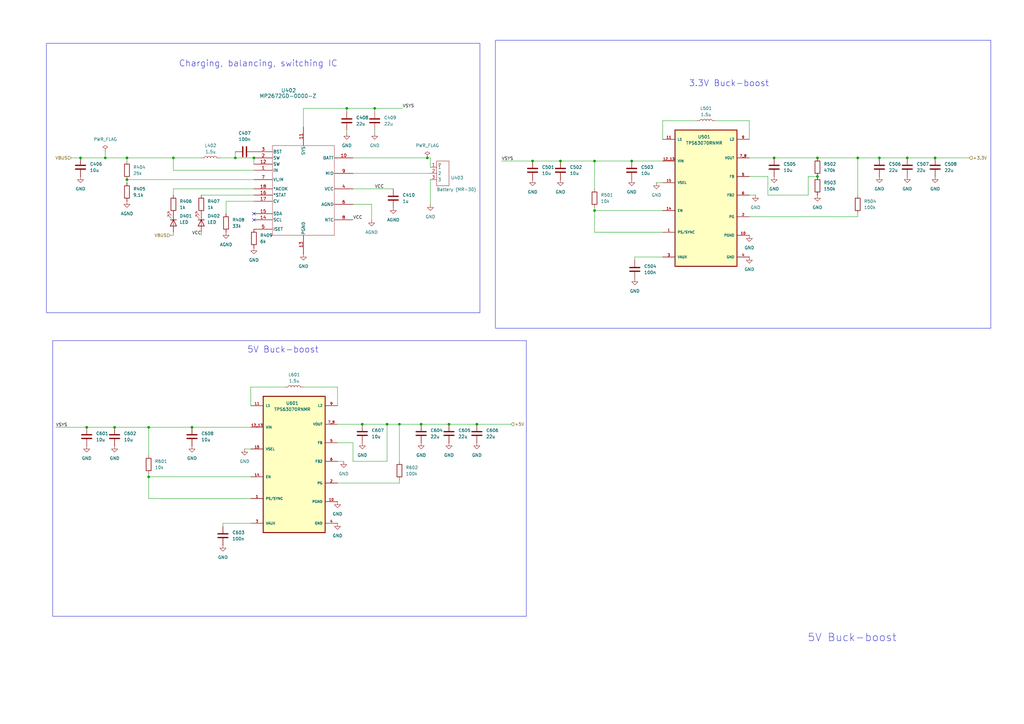
<source format=kicad_sch>
(kicad_sch (version 20250114) (generator "eeschema") (generator_version "9.0")
  (paper "A3")
  (lib_symbols
    (symbol "4in-power:MP2672GD-0000-Z" (pin_names (offset 0.254))
      (symbol "MP2672GD-0000-Z_0_1"
        (polyline (pts (xy 0 0) (xy 0 -36.83)) (stroke (width 0.127)))
        (polyline (pts (xy 0 -36.83) (xy 25.4 -36.83)) (stroke (width 0.127)))
        (polyline (pts (xy 25.4 0) (xy 0 0)) (stroke (width 0.127)))
        (polyline (pts (xy 25.4 -36.83) (xy 25.4 0)) (stroke (width 0.127)))
        (pin power_in line (at -7.62 -2.54 0) (length 7.62) (name "BST") (number "3"))
        (pin power_in line (at -7.62 -5.08 0) (length 7.62) (name "SW") (number "2"))
        (pin power_in line (at -7.62 -7.62 0) (length 7.62) (name "SW") (number "12"))
        (pin power_in line (at -7.62 -10.16 0) (length 7.62) (name "IN") (number "1"))
        (pin input line (at -7.62 -13.97 0) (length 7.62) (name "VLIM") (number "7"))
        (pin output line (at -7.62 -17.78 0) (length 7.62) (name "*ACOK") (number "18"))
        (pin output line (at -7.62 -20.32 0) (length 7.62) (name "*STAT") (number "16"))
        (pin input line (at -7.62 -22.86 0) (length 7.62) (name "CV") (number "17"))
        (pin input line (at -7.62 -34.29 0) (length 7.62) (name "ISET") (number "5"))
        (pin power_in line (at 12.7 7.62 270) (length 7.62) (name "SYS") (number "11"))
        (pin power_in line (at 12.7 -44.45 90) (length 7.62) (name "PGND") (number "13"))
        (pin power_in line (at 33.02 -5.08 180) (length 7.62) (name "BATT") (number "10"))
        (pin power_in line (at 33.02 -11.43 180) (length 7.62) (name "MID") (number "9"))
        (pin power_in line (at 33.02 -17.78 180) (length 7.62) (name "VCC") (number "4"))
        (pin power_in line (at 33.02 -24.13 180) (length 7.62) (name "AGND") (number "6"))
        (pin input line (at 33.02 -30.48 180) (length 7.62) (name "NTC") (number "8"))
      )
      (symbol "MP2672GD-0000-Z_1_1"
        (pin bidirectional line (at -7.62 -27.94 0) (length 7.62) (name "SDA") (number "15"))
        (pin input line (at -7.62 -30.48 0) (length 7.62) (name "SCL") (number "14"))
      )
    )
    (symbol "4in-power:MR30-Vertical"
      (property "Reference" "U" (at 0 0 0))
      (property "Value" "MR30-Vertical" (at 0 0 0))
      (symbol "MR30-Vertical_1_0"
        (rectangle (start -2.54 -5.08) (end 2.54 5.08))
        (circle (center -1.27 3.81) (radius 0.381))
        (pin input line (at -5.08 2.54 0) (length 2.54) (name "1") (number "1"))
        (pin input line (at -5.08 0 0) (length 2.54) (name "2") (number "2"))
        (pin input line (at -5.08 -2.54 0) (length 2.54) (name "3") (number "3"))
      )
    )
    (symbol "4in-power:TPS63070RNMR" (pin_names (offset 1.016))
      (property "Reference" "U" (at -5.334 -4.572 0))
      (property "Value" "TPS63070RNMR" (at -2.54 -4.318 0))
      (symbol "TPS63070RNMR_0_0"
        (rectangle (start -8.89 -5.08) (end 16.51 -60.96) (stroke (width 0.41)) (fill (type background)))
        (pin bidirectional line (at -13.97 -8.89 0) (length 5.08) (name "L1") (number "11"))
        (pin input line (at -13.97 -17.78 0) (length 5.08) (name "VIN") (number "12_13"))
        (pin input line (at -13.97 -26.67 0) (length 5.08) (name "VSEL") (number "15"))
        (pin input line (at -13.97 -38.1 0) (length 5.08) (name "EN") (number "14"))
        (pin input line (at -13.97 -46.99 0) (length 5.08) (name "PS/SYNC") (number "1"))
        (pin output line (at -13.97 -57.15 0) (length 5.08) (name "VAUX") (number "3"))
        (pin bidirectional line (at 21.59 -8.89 180) (length 5.08) (name "L2") (number "9"))
        (pin output line (at 21.59 -16.51 180) (length 5.08) (name "VOUT") (number "7_8"))
        (pin input line (at 21.59 -24.13 180) (length 5.08) (name "FB") (number "5"))
        (pin output line (at 21.59 -31.75 180) (length 5.08) (name "FB2") (number "6"))
        (pin output line (at 21.59 -40.64 180) (length 5.08) (name "PG") (number "2"))
        (pin power_in line (at 21.59 -48.26 180) (length 5.08) (name "PGND") (number "10"))
        (pin power_in line (at 21.59 -57.15 180) (length 5.08) (name "GND") (number "4"))
      )
    )
    (symbol "Device:C" (pin_numbers (hide yes)) (pin_names (offset 0.254))
      (property "Reference" "C" (at 0.635 2.54 0))
      (property "Value" "C" (at 0.635 -2.54 0))
      (symbol "C_0_1"
        (polyline (pts (xy -2.032 0.762) (xy 2.032 0.762)) (stroke (width 0.508)))
        (polyline (pts (xy -2.032 -0.762) (xy 2.032 -0.762)) (stroke (width 0.508)))
      )
      (symbol "C_1_1"
        (pin passive line (at 0 3.81 270) (length 2.794) (name "~") (number "1"))
        (pin passive line (at 0 -3.81 90) (length 2.794) (name "~") (number "2"))
      )
    )
    (symbol "Device:L" (pin_numbers (hide yes)) (pin_names (offset 1.016) (hide yes))
      (property "Reference" "L" (at -1.27 0 90))
      (property "Value" "L" (at 1.905 0 90))
      (symbol "L_0_1"
        (arc (start 0 2.54) (mid 0.6323 1.905) (end 0 1.27))
        (arc (start 0 1.27) (mid 0.6323 0.635) (end 0 0))
        (arc (start 0 0) (mid 0.6323 -0.635) (end 0 -1.27))
        (arc (start 0 -1.27) (mid 0.6323 -1.905) (end 0 -2.54))
      )
      (symbol "L_1_1"
        (pin passive line (at 0 3.81 270) (length 1.27) (name "1") (number "1"))
        (pin passive line (at 0 -3.81 90) (length 1.27) (name "2") (number "2"))
      )
    )
    (symbol "Device:LED" (pin_numbers (hide yes)) (pin_names (offset 1.016) (hide yes))
      (property "Reference" "D" (at 0 2.54 0))
      (property "Value" "LED" (at 0 -2.54 0))
      (symbol "LED_0_1"
        (polyline (pts (xy -3.048 -0.762) (xy -4.572 -2.286) (xy -3.81 -2.286) (xy -4.572 -2.286) (xy -4.572 -1.524)))
        (polyline (pts (xy -1.778 -0.762) (xy -3.302 -2.286) (xy -2.54 -2.286) (xy -3.302 -2.286) (xy -3.302 -1.524)))
        (polyline (pts (xy -1.27 0) (xy 1.27 0)))
        (polyline (pts (xy -1.27 -1.27) (xy -1.27 1.27)) (stroke (width 0.254)))
        (polyline (pts (xy 1.27 -1.27) (xy 1.27 1.27) (xy -1.27 0) (xy 1.27 -1.27)) (stroke (width 0.254)))
      )
      (symbol "LED_1_1"
        (pin passive line (at -3.81 0 0) (length 2.54) (name "K") (number "1"))
        (pin passive line (at 3.81 0 180) (length 2.54) (name "A") (number "2"))
      )
    )
    (symbol "Device:R" (pin_numbers (hide yes)) (pin_names (offset 0))
      (property "Reference" "R" (at 2.032 0 90))
      (property "Value" "R" (at 0 0 90))
      (symbol "R_0_1"
        (rectangle (start -1.016 -2.54) (end 1.016 2.54) (stroke (width 0.254)))
      )
      (symbol "R_1_1"
        (pin passive line (at 0 3.81 270) (length 1.27) (name "~") (number "1"))
        (pin passive line (at 0 -3.81 90) (length 1.27) (name "~") (number "2"))
      )
    )
    (symbol "power:GND" (power) (pin_numbers (hide yes)) (pin_names (offset 0) (hide yes))
      (property "Value" "GND" (at 0 -3.81 0))
      (symbol "GND_0_1"
        (polyline (pts (xy 0 0) (xy 0 -1.27) (xy 1.27 -1.27) (xy 0 -2.54) (xy -1.27 -1.27) (xy 0 -1.27)))
      )
      (symbol "GND_1_1"
        (pin power_in line (at 0 0 270) (length 0) (name "~") (number "1"))
      )
    )
    (symbol "power:PWR_FLAG" (power) (pin_numbers (hide yes)) (pin_names (offset 0) (hide yes))
      (property "Value" "PWR_FLAG" (at 0 3.81 0))
      (symbol "PWR_FLAG_0_0"
        (pin power_out line (at 0 0 90) (length 0) (name "~") (number "1"))
      )
      (symbol "PWR_FLAG_0_1"
        (polyline (pts (xy 0 0) (xy 0 1.27) (xy -1.016 1.905) (xy 0 2.54) (xy 1.016 1.905) (xy 0 1.27)))
      )
    )
  )
  (rectangle (start 21.59 139.7) (end 215.9 252.73))
  (rectangle (start 19.05 17.78) (end 196.85 128.27))
  (rectangle (start 203.2 16.51) (end 406.4 134.62))
  (text "5V Buck-boost" (at 349.504 261.62 0) (effects (font (size 3.175 3.175))))
  (text "3.3V Buck-boost" (at 298.958 34.29 0) (effects (font (size 2.54 2.54))))
  (text "Charging, balancing, switching IC" (at 105.918 26.162 0) (effects (font (size 2.54 2.54))))
  (text "5V Buck-boost" (at 116.078 143.51 0) (effects (font (size 2.54 2.54))))
  (junction (at 335.28 64.77))
  (junction (at 175.26 64.77))
  (junction (at 351.79 64.77))
  (junction (at 184.15 173.99))
  (junction (at 46.99 175.26))
  (junction (at 60.96 195.58))
  (junction (at 71.12 64.77))
  (junction (at 372.11 64.77))
  (junction (at 78.74 175.26))
  (junction (at 229.87 66.04))
  (junction (at 243.84 66.04))
  (junction (at 360.68 64.77))
  (junction (at 163.83 173.99))
  (junction (at 104.14 64.77))
  (junction (at 52.07 73.66))
  (junction (at 218.44 66.04))
  (junction (at 158.75 173.99))
  (junction (at 317.5 64.77))
  (junction (at 148.59 173.99))
  (junction (at 142.24 44.45))
  (junction (at 153.67 44.45))
  (junction (at 243.84 86.36))
  (junction (at 60.96 175.26))
  (junction (at 195.58 173.99))
  (junction (at 33.02 64.77))
  (junction (at 52.07 64.77))
  (junction (at 43.18 64.77))
  (junction (at 259.08 66.04))
  (junction (at 383.54 64.77))
  (junction (at 172.72 173.99))
  (junction (at 335.28 72.39))
  (junction (at 96.52 64.77))
  (junction (at 35.56 175.26))
  (no_connect (at 104.14 87.63))
  (no_connect (at 104.14 90.17))
  (wire (pts (xy 331.47 80.01) (xy 331.47 72.39)))
  (wire (pts (xy 142.24 44.45) (xy 153.67 44.45)))
  (wire (pts (xy 271.78 86.36) (xy 243.84 86.36)))
  (wire (pts (xy 142.24 45.72) (xy 142.24 44.45)))
  (wire (pts (xy 144.78 83.82) (xy 152.4 83.82)))
  (wire (pts (xy 46.99 175.26) (xy 60.96 175.26)))
  (wire (pts (xy 142.24 54.61) (xy 142.24 53.34)))
  (wire (pts (xy 331.47 72.39) (xy 335.28 72.39)))
  (wire (pts (xy 307.34 80.01) (xy 309.88 80.01)))
  (wire (pts (xy 176.53 64.77) (xy 176.53 68.58)))
  (wire (pts (xy 271.78 105.41) (xy 260.35 105.41)))
  (wire (pts (xy 205.74 66.04) (xy 218.44 66.04)))
  (wire (pts (xy 138.43 189.23) (xy 140.97 189.23)))
  (wire (pts (xy 153.67 54.61) (xy 153.67 53.34)))
  (wire (pts (xy 243.84 66.04) (xy 259.08 66.04)))
  (wire (pts (xy 138.43 181.61) (xy 144.78 181.61)))
  (wire (pts (xy 60.96 195.58) (xy 60.96 194.31)))
  (wire (pts (xy 335.28 64.77) (xy 351.79 64.77)))
  (wire (pts (xy 293.37 49.53) (xy 307.34 49.53)))
  (wire (pts (xy 351.79 64.77) (xy 360.68 64.77)))
  (wire (pts (xy 158.75 189.23) (xy 158.75 173.99)))
  (wire (pts (xy 163.83 196.85) (xy 163.83 198.12)))
  (wire (pts (xy 71.12 64.77) (xy 82.55 64.77)))
  (wire (pts (xy 104.14 82.55) (xy 92.71 82.55)))
  (wire (pts (xy 52.07 73.66) (xy 104.14 73.66)))
  (wire (pts (xy 96.52 62.23) (xy 96.52 64.77)))
  (wire (pts (xy 102.87 204.47) (xy 60.96 204.47)))
  (wire (pts (xy 372.11 64.77) (xy 383.54 64.77)))
  (wire (pts (xy 43.18 64.77) (xy 52.07 64.77)))
  (wire (pts (xy 271.78 57.15) (xy 271.78 49.53)))
  (wire (pts (xy 243.84 86.36) (xy 243.84 85.09)))
  (wire (pts (xy 260.35 105.41) (xy 260.35 106.68)))
  (wire (pts (xy 124.46 44.45) (xy 124.46 52.07)))
  (wire (pts (xy 195.58 173.99) (xy 209.55 173.99)))
  (wire (pts (xy 124.46 44.45) (xy 142.24 44.45)))
  (wire (pts (xy 104.14 64.77) (xy 104.14 67.31)))
  (wire (pts (xy 271.78 95.25) (xy 243.84 95.25)))
  (wire (pts (xy 92.71 82.55) (xy 92.71 87.63)))
  (wire (pts (xy 102.87 166.37) (xy 102.87 158.75)))
  (wire (pts (xy 71.12 64.77) (xy 71.12 69.85)))
  (wire (pts (xy 172.72 173.99) (xy 184.15 173.99)))
  (wire (pts (xy 60.96 204.47) (xy 60.96 195.58)))
  (wire (pts (xy 100.33 184.15) (xy 102.87 184.15)))
  (wire (pts (xy 144.78 71.12) (xy 176.53 71.12)))
  (wire (pts (xy 269.24 74.93) (xy 271.78 74.93)))
  (wire (pts (xy 144.78 181.61) (xy 144.78 189.23)))
  (wire (pts (xy 158.75 173.99) (xy 163.83 173.99)))
  (wire (pts (xy 314.96 80.01) (xy 331.47 80.01)))
  (wire (pts (xy 102.87 158.75) (xy 116.84 158.75)))
  (wire (pts (xy 317.5 64.77) (xy 335.28 64.77)))
  (wire (pts (xy 152.4 83.82) (xy 152.4 90.17)))
  (wire (pts (xy 69.85 96.52) (xy 71.12 96.52)))
  (wire (pts (xy 52.07 66.04) (xy 52.07 64.77)))
  (wire (pts (xy 360.68 64.77) (xy 372.11 64.77)))
  (wire (pts (xy 138.43 158.75) (xy 138.43 166.37)))
  (wire (pts (xy 163.83 173.99) (xy 163.83 189.23)))
  (wire (pts (xy 52.07 74.93) (xy 52.07 73.66)))
  (wire (pts (xy 243.84 66.04) (xy 243.84 77.47)))
  (wire (pts (xy 314.96 72.39) (xy 314.96 80.01)))
  (wire (pts (xy 144.78 189.23) (xy 158.75 189.23)))
  (wire (pts (xy 91.44 214.63) (xy 91.44 215.9)))
  (wire (pts (xy 176.53 73.66) (xy 176.53 83.82)))
  (wire (pts (xy 71.12 69.85) (xy 104.14 69.85)))
  (wire (pts (xy 351.79 64.77) (xy 351.79 80.01)))
  (wire (pts (xy 90.17 64.77) (xy 96.52 64.77)))
  (wire (pts (xy 163.83 173.99) (xy 172.72 173.99)))
  (wire (pts (xy 144.78 77.47) (xy 161.29 77.47)))
  (wire (pts (xy 104.14 77.47) (xy 71.12 77.47)))
  (wire (pts (xy 124.46 158.75) (xy 138.43 158.75)))
  (wire (pts (xy 229.87 66.04) (xy 243.84 66.04)))
  (wire (pts (xy 60.96 175.26) (xy 60.96 186.69)))
  (wire (pts (xy 144.78 64.77) (xy 175.26 64.77)))
  (wire (pts (xy 29.21 64.77) (xy 33.02 64.77)))
  (wire (pts (xy 35.56 175.26) (xy 46.99 175.26)))
  (wire (pts (xy 102.87 195.58) (xy 60.96 195.58)))
  (wire (pts (xy 307.34 49.53) (xy 307.34 57.15)))
  (wire (pts (xy 33.02 64.77) (xy 43.18 64.77)))
  (wire (pts (xy 271.78 49.53) (xy 285.75 49.53)))
  (wire (pts (xy 82.55 80.01) (xy 104.14 80.01)))
  (wire (pts (xy 163.83 198.12) (xy 138.43 198.12)))
  (wire (pts (xy 138.43 173.99) (xy 148.59 173.99)))
  (wire (pts (xy 184.15 173.99) (xy 195.58 173.99)))
  (wire (pts (xy 307.34 72.39) (xy 314.96 72.39)))
  (wire (pts (xy 148.59 173.99) (xy 158.75 173.99)))
  (wire (pts (xy 78.74 175.26) (xy 102.87 175.26)))
  (wire (pts (xy 243.84 95.25) (xy 243.84 86.36)))
  (wire (pts (xy 259.08 66.04) (xy 271.78 66.04)))
  (wire (pts (xy 71.12 77.47) (xy 71.12 80.01)))
  (wire (pts (xy 22.86 175.26) (xy 35.56 175.26)))
  (wire (pts (xy 96.52 64.77) (xy 104.14 64.77)))
  (wire (pts (xy 218.44 66.04) (xy 229.87 66.04)))
  (wire (pts (xy 175.26 64.77) (xy 176.53 64.77)))
  (wire (pts (xy 82.55 96.52) (xy 82.55 95.25)))
  (wire (pts (xy 102.87 214.63) (xy 91.44 214.63)))
  (wire (pts (xy 71.12 96.52) (xy 71.12 95.25)))
  (wire (pts (xy 307.34 88.9) (xy 351.79 88.9)))
  (wire (pts (xy 43.18 62.23) (xy 43.18 64.77)))
  (wire (pts (xy 307.34 64.77) (xy 317.5 64.77)))
  (wire (pts (xy 165.1 44.45) (xy 153.67 44.45)))
  (wire (pts (xy 383.54 64.77) (xy 397.51 64.77)))
  (wire (pts (xy 60.96 175.26) (xy 78.74 175.26)))
  (wire (pts (xy 52.07 64.77) (xy 71.12 64.77)))
  (wire (pts (xy 351.79 87.63) (xy 351.79 88.9)))
  (wire (pts (xy 153.67 45.72) (xy 153.67 44.45)))
  (label "VSYS" (at 205.74 66.04 0))
  (label "VSYS" (at 22.86 175.26 0))
  (label "VCC" (at 82.55 96.52 180))
  (label "VSYS" (at 165.1 44.45 0))
  (label "VCC" (at 144.78 90.17 0))
  (label "VCC" (at 153.67 77.47 0))
  (hierarchical_label "VBUS" (shape input) (at 69.85 96.52 180))
  (hierarchical_label "+3.3V" (shape input) (at 397.51 64.77 0))
  (hierarchical_label "+5V" (shape input) (at 209.55 173.99 0))
  (hierarchical_label "VBUS" (shape input) (at 29.21 64.77 180))
  (symbol (lib_id "Device:L") (at 86.36 64.77 90) (unit 1)
    (property "Reference" "L402" (at 86.36 59.69 90))
    (property "Value" "1.5u" (at 86.36 62.23 90))
    (property "Footprint" "4in-power:IND-SMD_L4.0-W4.0_YSMC0420V" (effects (hide yes)))
    (property "Description" "Inductor" (effects (hide yes)))
    (property "JLC Link" "https://jlcpcb.com/partdetail/YJYCOIN-YSMC0420V1R5M/C19630740" (effects (hide yes)))
    (property "LCSC PN" "C19630740" (effects (hide yes)))
  )
  (symbol (lib_id "power:GND") (at 152.4 90.17 0) (unit 1)
    (property "Reference" "#PWR037" (effects (hide yes)))
    (property "Value" "AGND" (at 152.4 95.25 0))
    (property "Description" "Power symbol creates a global label with name \"GND\" , ground" (effects (hide yes)))
  )
  (symbol (lib_id "power:GND") (at 142.24 54.61 0) (unit 1)
    (property "Reference" "#PWR039" (effects (hide yes)))
    (property "Value" "GND" (at 142.24 59.69 0))
    (property "Description" "Power symbol creates a global label with name \"GND\" , ground" (effects (hide yes)))
  )
  (symbol (lib_id "Device:C") (at 259.08 69.85 0) (unit 1)
    (property "Reference" "C503" (at 262.89 68.5799 0) (effects (justify left)))
    (property "Value" "10u" (at 262.89 71.1199 0) (effects (justify left)))
    (property "Footprint" "Capacitor_SMD:C_1206_3216Metric" (effects (hide yes)))
    (property "Description" "Unpolarized capacitor" (effects (hide yes)))
    (property "JLC Link" "https://jlcpcb.com/partdetail/2201-CL31A106KOHNNNE/C1849" (effects (hide yes)))
    (property "LCSC PN" "C1849" (effects (hide yes)))
  )
  (symbol (lib_id "4in-power:TPS63070RNMR") (at 116.84 157.48 0) (unit 1)
    (property "Reference" "U601" (at 119.888 165.354 0))
    (property "Value" "TPS63070RNMR" (at 119.888 167.894 0))
    (property "Footprint" "4in-power:VREG_TPS63070RNMR" (effects (hide yes)))
    (property "Datasheet" "https://www.ti.com/lit/ds/symlink/tps63070.pdf?HQS=dis-dk-null-digikeymode-dsf-pf-null-wwe&ts=1752773118070" (effects (hide yes)))
    (property "Description" "Buck/boost" (effects (hide yes)))
    (property "LCSC PN" "C109322" (effects (hide yes)))
    (property "JLC Link" "https://jlcpcb.com/partdetail/TexasInstruments-TPS63070RNMR/C109322" (effects (hide yes)))
  )
  (symbol (lib_id "power:GND") (at 104.14 101.6 0) (unit 1)
    (property "Reference" "#PWR036" (effects (hide yes)))
    (property "Value" "GND" (at 104.14 106.68 0))
    (property "Description" "Power symbol creates a global label with name \"GND\" , ground" (effects (hide yes)))
  )
  (symbol (lib_id "Device:C") (at 142.24 49.53 180) (unit 1)
    (property "Reference" "C408" (at 146.05 48.2599 0) (effects (justify right)))
    (property "Value" "22u" (at 146.05 50.7999 0) (effects (justify right)))
    (property "Footprint" "Capacitor_SMD:C_1206_3216Metric" (effects (hide yes)))
    (property "Description" "Unpolarized capacitor" (effects (hide yes)))
    (property "JLC Link" "https://jlcpcb.com/partdetail/2211-1206X226K100NT/C1859" (effects (hide yes)))
    (property "LCSC PN" "C1859" (effects (hide yes)))
  )
  (symbol (lib_id "Device:R") (at 243.84 81.28 0) (unit 1)
    (property "Reference" "R501" (at 246.38 80.0099 0) (effects (justify left)))
    (property "Value" "10k" (at 246.38 82.5499 0) (effects (justify left)))
    (property "Footprint" "Resistor_SMD:R_0402_1005Metric" (effects (hide yes)))
    (property "Description" "Resistor" (effects (hide yes)))
    (property "JLC Link" "https://jlcpcb.com/partdetail/26487-0402WGF1002TCE/C25744" (effects (hide yes)))
    (property "LCSC PN" "C25744" (effects (hide yes)))
  )
  (symbol (lib_id "Device:C") (at 35.56 179.07 0) (unit 1)
    (property "Reference" "C601" (at 39.37 177.7999 0) (effects (justify left)))
    (property "Value" "10u" (at 39.37 180.3399 0) (effects (justify left)))
    (property "Footprint" "Capacitor_SMD:C_1206_3216Metric" (effects (hide yes)))
    (property "Description" "Unpolarized capacitor" (effects (hide yes)))
    (property "JLC Link" "https://jlcpcb.com/partdetail/2201-CL31A106KOHNNNE/C1849" (effects (hide yes)))
    (property "LCSC PN" "C1849" (effects (hide yes)))
  )
  (symbol (lib_id "Device:C") (at 195.58 177.8 0) (unit 1)
    (property "Reference" "C606" (at 199.39 176.5299 0) (effects (justify left)))
    (property "Value" "22u" (at 199.39 179.0699 0) (effects (justify left)))
    (property "Footprint" "Capacitor_SMD:C_1206_3216Metric" (effects (hide yes)))
    (property "Description" "Unpolarized capacitor" (effects (hide yes)))
    (property "JLC Link" "https://jlcpcb.com/partdetail/2211-1206X226K100NT/C1859" (effects (hide yes)))
    (property "LCSC PN" "C1859" (effects (hide yes)))
  )
  (symbol (lib_id "Device:R") (at 52.07 69.85 0) (unit 1)
    (property "Reference" "R404" (at 54.61 68.5799 0) (effects (justify left)))
    (property "Value" "25k" (at 54.61 71.1199 0) (effects (justify left)))
    (property "Footprint" "Resistor_SMD:R_0805_2012Metric" (effects (hide yes)))
    (property "Description" "R_H" (effects (hide yes)))
    (property "JLC Link" "https://jlcpcb.com/partdetail/Ever_OhmsTech-TR0805B25K0P0525Z/C153306" (effects (hide yes)))
    (property "LCSC PN" "C153306" (effects (hide yes)))
  )
  (symbol (lib_id "Device:C") (at 91.44 219.71 0) (unit 1)
    (property "Reference" "C603" (at 95.25 218.4399 0) (effects (justify left)))
    (property "Value" "100n" (at 95.25 220.9799 0) (effects (justify left)))
    (property "Footprint" "Capacitor_SMD:C_0402_1005Metric" (effects (hide yes)))
    (property "Description" "Unpolarized capacitor" (effects (hide yes)))
    (property "JLC Link" "https://jlcpcb.com/partdetail/291005-CL05B104KB54PNC/C307331" (effects (hide yes)))
    (property "LCSC PN" "C307331" (effects (hide yes)))
  )
  (symbol (lib_id "4in-power:MR30-Vertical") (at 181.61 71.12 0) (unit 1)
    (property "Reference" "U403" (at 184.912 72.898 0) (effects (justify left)))
    (property "Value" "Battery (MR-30)" (at 179.07 77.724 0) (effects (justify left)))
    (property "Footprint" "4in-power:CONN-TH_MR30-Vertical" (effects (hide yes)))
    (property "Datasheet" "https://jlcpcb.com/api/file/downloadByFileSystemAccessId/8589835547389685760" (effects (hide yes)))
    (property "Description" "MR30-Vertical" (effects (hide yes)))
    (property "LCSC PN" "C99873" (effects (hide yes)))
    (property "JLC Link" "https://jlcpcb.com/partdetail/Changzhou_AmassElec-MR30FB/C99875" (effects (hide yes)))
    (property "JLC Price" "0.5331" (effects (hide yes)))
  )
  (symbol (lib_id "power:GND") (at 35.56 182.88 0) (unit 1)
    (property "Reference" "#PWR0605" (effects (hide yes)))
    (property "Value" "GND" (at 35.56 187.96 0))
    (property "Description" "Power symbol creates a global label with name \"GND\" , ground" (effects (hide yes)))
  )
  (symbol (lib_id "power:GND") (at 307.34 96.52 0) (unit 1)
    (property "Reference" "#PWR0206" (effects (hide yes)))
    (property "Value" "GND" (at 307.34 101.6 0))
    (property "Description" "Power symbol creates a global label with name \"GND\" , ground" (effects (hide yes)))
  )
  (symbol (lib_id "power:GND") (at 140.97 189.23 0) (unit 1)
    (property "Reference" "#PWR0611" (effects (hide yes)))
    (property "Value" "GND" (at 140.97 194.31 0))
    (property "Description" "Power symbol creates a global label with name \"GND\" , ground" (effects (hide yes)))
  )
  (symbol (lib_id "power:GND") (at 195.58 181.61 0) (unit 1)
    (property "Reference" "#PWR0609" (effects (hide yes)))
    (property "Value" "GND" (at 195.58 186.69 0))
    (property "Description" "Power symbol creates a global label with name \"GND\" , ground" (effects (hide yes)))
  )
  (symbol (lib_id "power:GND") (at 92.71 95.25 0) (unit 1)
    (property "Reference" "#PWR034" (effects (hide yes)))
    (property "Value" "AGND" (at 92.71 100.33 0))
    (property "Description" "Power symbol creates a global label with name \"GND\" , ground" (effects (hide yes)))
  )
  (symbol (lib_id "power:GND") (at 309.88 80.01 0) (unit 1)
    (property "Reference" "#PWR0208" (effects (hide yes)))
    (property "Value" "GND" (at 309.88 85.09 0))
    (property "Description" "Power symbol creates a global label with name \"GND\" , ground" (effects (hide yes)))
  )
  (symbol (lib_id "power:GND") (at 124.46 104.14 0) (unit 1)
    (property "Reference" "#PWR03" (effects (hide yes)))
    (property "Value" "GND" (at 124.46 109.22 0))
    (property "Description" "Power symbol creates a global label with name \"GND\" , ground" (effects (hide yes)))
  )
  (symbol (lib_id "power:GND") (at 46.99 182.88 0) (unit 1)
    (property "Reference" "#PWR0604" (effects (hide yes)))
    (property "Value" "GND" (at 46.99 187.96 0))
    (property "Description" "Power symbol creates a global label with name \"GND\" , ground" (effects (hide yes)))
  )
  (symbol (lib_id "power:GND") (at 317.5 72.39 0) (unit 1)
    (property "Reference" "#PWR0209" (effects (hide yes)))
    (property "Value" "GND" (at 317.5 77.47 0))
    (property "Description" "Power symbol creates a global label with name \"GND\" , ground" (effects (hide yes)))
  )
  (symbol (lib_id "power:GND") (at 184.15 181.61 0) (unit 1)
    (property "Reference" "#PWR0608" (effects (hide yes)))
    (property "Value" "GND" (at 184.15 186.69 0))
    (property "Description" "Power symbol creates a global label with name \"GND\" , ground" (effects (hide yes)))
  )
  (symbol (lib_id "power:GND") (at 52.07 82.55 0) (unit 1)
    (property "Reference" "#PWR0302" (effects (hide yes)))
    (property "Value" "AGND" (at 52.07 87.63 0))
    (property "Description" "Power symbol creates a global label with name \"GND\" , ground" (effects (hide yes)))
  )
  (symbol (lib_id "power:GND") (at 161.29 85.09 0) (unit 1)
    (property "Reference" "#PWR0304" (effects (hide yes)))
    (property "Value" "AGND" (at 161.29 90.17 0))
    (property "Description" "Power symbol creates a global label with name \"GND\" , ground" (effects (hide yes)))
  )
  (symbol (lib_id "Device:R") (at 92.71 91.44 0) (unit 1)
    (property "Reference" "R408" (at 95.25 90.1699 0) (effects (justify left)))
    (property "Value" "33k" (at 95.25 92.7099 0) (effects (justify left)))
    (property "Footprint" "Resistor_SMD:R_0603_1608Metric" (effects (hide yes)))
    (property "Description" "Resistor" (effects (hide yes)))
    (property "JLC Link" "https://jlcpcb.com/partdetail/4623-0603WAF3302T5E/C4216" (effects (hide yes)))
    (property "LCSC PN" "C4216" (effects (hide yes)))
  )
  (symbol (lib_id "Device:C") (at 372.11 68.58 0) (unit 1)
    (property "Reference" "C507" (at 375.92 67.3099 0) (effects (justify left)))
    (property "Value" "22u" (at 375.92 69.8499 0) (effects (justify left)))
    (property "Footprint" "Capacitor_SMD:C_1206_3216Metric" (effects (hide yes)))
    (property "Description" "Unpolarized capacitor" (effects (hide yes)))
    (property "JLC Link" "https://jlcpcb.com/partdetail/2211-1206X226K100NT/C1859" (effects (hide yes)))
    (property "LCSC PN" "C1859" (effects (hide yes)))
  )
  (symbol (lib_id "power:GND") (at 153.67 54.61 0) (unit 1)
    (property "Reference" "#PWR0303" (effects (hide yes)))
    (property "Value" "GND" (at 153.67 59.69 0))
    (property "Description" "Power symbol creates a global label with name \"GND\" , ground" (effects (hide yes)))
  )
  (symbol (lib_id "Device:C") (at 360.68 68.58 0) (unit 1)
    (property "Reference" "C506" (at 364.49 67.3099 0) (effects (justify left)))
    (property "Value" "22u" (at 364.49 69.8499 0) (effects (justify left)))
    (property "Footprint" "Capacitor_SMD:C_1206_3216Metric" (effects (hide yes)))
    (property "Description" "Unpolarized capacitor" (effects (hide yes)))
    (property "JLC Link" "https://jlcpcb.com/partdetail/2211-1206X226K100NT/C1859" (effects (hide yes)))
    (property "LCSC PN" "C1859" (effects (hide yes)))
  )
  (symbol (lib_id "Device:C") (at 148.59 177.8 0) (unit 1)
    (property "Reference" "C607" (at 152.4 176.5299 0) (effects (justify left)))
    (property "Value" "10u" (at 152.4 179.0699 0) (effects (justify left)))
    (property "Footprint" "Capacitor_SMD:C_1206_3216Metric" (effects (hide yes)))
    (property "Description" "Unpolarized capacitor" (effects (hide yes)))
    (property "JLC Link" "https://jlcpcb.com/partdetail/2201-CL31A106KOHNNNE/C1849" (effects (hide yes)))
    (property "LCSC PN" "C1849" (effects (hide yes)))
  )
  (symbol (lib_id "Device:R") (at 335.28 68.58 0) (unit 1)
    (property "Reference" "R502" (at 337.82 67.3099 0) (effects (justify left)))
    (property "Value" "470k" (at 337.82 69.8499 0) (effects (justify left)))
    (property "Footprint" "Resistor_SMD:R_0805_2012Metric" (effects (hide yes)))
    (property "Description" "Resistor" (effects (hide yes)))
    (property "JLC Link" "https://jlcpcb.com/partdetail/18397-0805W8F4703T5E/C17709" (effects (hide yes)))
    (property "LCSC PN" "C17709" (effects (hide yes)))
  )
  (symbol (lib_id "power:PWR_FLAG") (at 43.18 62.23 0) (unit 1)
    (property "Reference" "#FLG0202" (effects (hide yes)))
    (property "Value" "PWR_FLAG" (at 43.18 57.15 0))
    (property "Description" "Special symbol for telling ERC where power comes from" (effects (hide yes)))
  )
  (symbol (lib_id "Device:R") (at 351.79 83.82 0) (unit 1)
    (property "Reference" "R504" (at 354.33 82.5499 0) (effects (justify left)))
    (property "Value" "100k" (at 354.33 85.0899 0) (effects (justify left)))
    (property "Footprint" "Resistor_SMD:R_1206_3216Metric" (effects (hide yes)))
    (property "Description" "Resistor" (effects (hide yes)))
    (property "JLC Link" "https://jlcpcb.com/partdetail/18588-1206W4F1003T5E/C17900" (effects (hide yes)))
    (property "LCSC PN" "C17900" (effects (hide yes)))
  )
  (symbol (lib_id "Device:C") (at 46.99 179.07 0) (unit 1)
    (property "Reference" "C602" (at 50.8 177.7999 0) (effects (justify left)))
    (property "Value" "10u" (at 50.8 180.3399 0) (effects (justify left)))
    (property "Footprint" "Capacitor_SMD:C_1206_3216Metric" (effects (hide yes)))
    (property "Description" "Unpolarized capacitor" (effects (hide yes)))
    (property "JLC Link" "https://jlcpcb.com/partdetail/2201-CL31A106KOHNNNE/C1849" (effects (hide yes)))
    (property "LCSC PN" "C1849" (effects (hide yes)))
  )
  (symbol (lib_id "power:GND") (at 148.59 181.61 0) (unit 1)
    (property "Reference" "#PWR0610" (effects (hide yes)))
    (property "Value" "GND" (at 148.59 186.69 0))
    (property "Description" "Power symbol creates a global label with name \"GND\" , ground" (effects (hide yes)))
  )
  (symbol (lib_id "Device:C") (at 78.74 179.07 0) (unit 1)
    (property "Reference" "C608" (at 82.55 177.7999 0) (effects (justify left)))
    (property "Value" "10u" (at 82.55 180.3399 0) (effects (justify left)))
    (property "Footprint" "Capacitor_SMD:C_1206_3216Metric" (effects (hide yes)))
    (property "Description" "Unpolarized capacitor" (effects (hide yes)))
    (property "JLC Link" "https://jlcpcb.com/partdetail/2201-CL31A106KOHNNNE/C1849" (effects (hide yes)))
    (property "LCSC PN" "C1849" (effects (hide yes)))
  )
  (symbol (lib_id "Device:LED") (at 71.12 91.44 270) (unit 1)
    (property "Reference" "D401" (at 73.66 88.5824 90) (effects (justify left)))
    (property "Value" "LED" (at 73.66 91.1224 90) (effects (justify left)))
    (property "Footprint" "LED_SMD:LED_0603_1608Metric" (effects (hide yes)))
    (property "Description" "Blue LED" (effects (hide yes)))
    (property "JLC Link" "https://jlcpcb.com/partdetail/Hubei_KentoElec-KT0603B/C2288" (effects (hide yes)))
    (property "LCSC PN" "C2288" (effects (hide yes)))
  )
  (symbol (lib_id "4in-power:MP2672GD-0000-Z") (at 111.76 59.69 0) (unit 1)
    (property "Reference" "U402" (at 118.364 37.084 0) (effects (font (size 1.524 1.524))))
    (property "Value" "MP2672GD-0000-Z" (at 118.11 39.37 0) (effects (font (size 1.524 1.524))))
    (property "Footprint" "4in-power:QFN-18_2MMx3MM_MP2672_MNP_MPS" (effects (hide yes)))
    (property "Datasheet" "https://www.monolithicpower.com/en/documentview/productdocument/index/version/2/document_type/Datasheet/lang/en/sku/MP2672" (effects (hide yes)))
    (property "Description" "Charging/Balancing IC" (effects (hide yes)))
    (property "LCSC PN" "C2837210" (effects (hide yes)))
    (property "JLC Price" "3.6991" (effects (hide yes)))
    (property "Manufacturer PN" "MP2672GD-0000-P" (effects (hide yes)))
    (property "DigKey Link" "https://www.digikey.ca/en/products/detail/monolithic-power-systems-inc/MP2672GD-0000-Z/13159530" (effects (hide yes)))
    (property "JLC Link" "https://jlcpcb.com/partdetail/3007016-MP2672GD_0000Z/C2837210" (effects (hide yes)))
  )
  (symbol (lib_id "Device:R") (at 71.12 83.82 0) (unit 1)
    (property "Reference" "R406" (at 73.66 82.5499 0) (effects (justify left)))
    (property "Value" "1k" (at 73.66 85.0899 0) (effects (justify left)))
    (property "Footprint" "Resistor_SMD:R_0402_1005Metric" (effects (hide yes)))
    (property "Description" "Resistor" (effects (hide yes)))
    (property "JLC Link" "https://jlcpcb.com/partdetail/12256-0402WGF1001TCE/C11702" (effects (hide yes)))
    (property "LCSC PN" "C11702" (effects (hide yes)))
  )
  (symbol (lib_id "Device:C") (at 260.35 110.49 0) (unit 1)
    (property "Reference" "C504" (at 264.16 109.2199 0) (effects (justify left)))
    (property "Value" "100n" (at 264.16 111.7599 0) (effects (justify left)))
    (property "Footprint" "Capacitor_SMD:C_0402_1005Metric" (effects (hide yes)))
    (property "Description" "Unpolarized capacitor" (effects (hide yes)))
    (property "JLC Link" "https://jlcpcb.com/partdetail/291005-CL05B104KB54PNC/C307331" (effects (hide yes)))
    (property "LCSC PN" "C307331" (effects (hide yes)))
  )
  (symbol (lib_id "Device:R") (at 163.83 193.04 0) (unit 1)
    (property "Reference" "R602" (at 166.37 191.7699 0) (effects (justify left)))
    (property "Value" "100k" (at 166.37 194.3099 0) (effects (justify left)))
    (property "Footprint" "Resistor_SMD:R_1206_3216Metric" (effects (hide yes)))
    (property "Description" "Resistor" (effects (hide yes)))
    (property "JLC Link" "https://jlcpcb.com/partdetail/18588-1206W4F1003T5E/C17900" (effects (hide yes)))
    (property "LCSC PN" "C17900" (effects (hide yes)))
  )
  (symbol (lib_id "power:PWR_FLAG") (at 175.26 64.77 0) (unit 1)
    (property "Reference" "#FLG0201" (effects (hide yes)))
    (property "Value" "PWR_FLAG" (at 175.26 59.69 0))
    (property "Description" "Special symbol for telling ERC where power comes from" (effects (hide yes)))
  )
  (symbol (lib_id "Device:R") (at 104.14 97.79 0) (unit 1)
    (property "Reference" "R409" (at 106.68 96.5199 0) (effects (justify left)))
    (property "Value" "6k" (at 106.68 99.0599 0) (effects (justify left)))
    (property "Footprint" "Resistor_SMD:R_0805_2012Metric" (effects (hide yes)))
    (property "Description" "Resistor" (effects (hide yes)))
    (property "JLC Link" "https://jlcpcb.com/partdetail/VikingTech-ARG05BTC6001N/C2828725" (effects (hide yes)))
    (property "LCSC PN" "C2828725" (effects (hide yes)))
  )
  (symbol (lib_id "Device:R") (at 82.55 83.82 0) (unit 1)
    (property "Reference" "R407" (at 85.09 82.5499 0) (effects (justify left)))
    (property "Value" "1k" (at 85.09 85.0899 0) (effects (justify left)))
    (property "Footprint" "Resistor_SMD:R_0402_1005Metric" (effects (hide yes)))
    (property "Description" "Resistor" (effects (hide yes)))
    (property "JLC Link" "https://jlcpcb.com/partdetail/12256-0402WGF1001TCE/C11702" (effects (hide yes)))
    (property "LCSC PN" "C11702" (effects (hide yes)))
  )
  (symbol (lib_id "Device:C") (at 33.02 68.58 180) (unit 1)
    (property "Reference" "C406" (at 36.83 67.3099 0) (effects (justify right)))
    (property "Value" "10u" (at 36.83 69.8499 0) (effects (justify right)))
    (property "Footprint" "Capacitor_SMD:C_1206_3216Metric" (effects (hide yes)))
    (property "Description" "Unpolarized capacitor" (effects (hide yes)))
    (property "JLC Link" "https://jlcpcb.com/partdetail/2201-CL31A106KOHNNNE/C1849" (effects (hide yes)))
    (property "LCSC PN" "C1849" (effects (hide yes)))
  )
  (symbol (lib_id "power:GND") (at 91.44 223.52 0) (unit 1)
    (property "Reference" "#PWR0606" (effects (hide yes)))
    (property "Value" "GND" (at 91.44 228.6 0))
    (property "Description" "Power symbol creates a global label with name \"GND\" , ground" (effects (hide yes)))
  )
  (symbol (lib_id "power:GND") (at 172.72 181.61 0) (unit 1)
    (property "Reference" "#PWR0607" (effects (hide yes)))
    (property "Value" "GND" (at 172.72 186.69 0))
    (property "Description" "Power symbol creates a global label with name \"GND\" , ground" (effects (hide yes)))
  )
  (symbol (lib_id "power:GND") (at 100.33 184.15 0) (unit 1)
    (property "Reference" "#PWR0601" (effects (hide yes)))
    (property "Value" "GND" (at 100.33 189.23 0))
    (property "Description" "Power symbol creates a global label with name \"GND\" , ground" (effects (hide yes)))
  )
  (symbol (lib_id "power:GND") (at 78.74 182.88 0) (unit 1)
    (property "Reference" "#PWR0612" (effects (hide yes)))
    (property "Value" "GND" (at 78.74 187.96 0))
    (property "Description" "Power symbol creates a global label with name \"GND\" , ground" (effects (hide yes)))
  )
  (symbol (lib_id "Device:C") (at 172.72 177.8 0) (unit 1)
    (property "Reference" "C604" (at 176.53 176.5299 0) (effects (justify left)))
    (property "Value" "22u" (at 176.53 179.0699 0) (effects (justify left)))
    (property "Footprint" "Capacitor_SMD:C_1206_3216Metric" (effects (hide yes)))
    (property "Description" "Unpolarized capacitor" (effects (hide yes)))
    (property "JLC Link" "https://jlcpcb.com/partdetail/2211-1206X226K100NT/C1859" (effects (hide yes)))
    (property "LCSC PN" "C1859" (effects (hide yes)))
  )
  (symbol (lib_id "Device:C") (at 383.54 68.58 0) (unit 1)
    (property "Reference" "C508" (at 387.35 67.3099 0) (effects (justify left)))
    (property "Value" "22u" (at 387.35 69.8499 0) (effects (justify left)))
    (property "Footprint" "Capacitor_SMD:C_1206_3216Metric" (effects (hide yes)))
    (property "Description" "Unpolarized capacitor" (effects (hide yes)))
    (property "JLC Link" "https://jlcpcb.com/partdetail/2211-1206X226K100NT/C1859" (effects (hide yes)))
    (property "LCSC PN" "C1859" (effects (hide yes)))
  )
  (symbol (lib_id "power:GND") (at 176.53 83.82 0) (unit 1)
    (property "Reference" "#PWR038" (effects (hide yes)))
    (property "Value" "GND" (at 176.53 88.9 0))
    (property "Description" "Power symbol creates a global label with name \"GND\" , ground" (effects (hide yes)))
  )
  (symbol (lib_id "Device:R") (at 335.28 76.2 0) (unit 1)
    (property "Reference" "R503" (at 337.82 74.9299 0) (effects (justify left)))
    (property "Value" "150k" (at 337.82 77.4699 0) (effects (justify left)))
    (property "Footprint" "Resistor_SMD:R_0402_1005Metric" (effects (hide yes)))
    (property "Description" "Resistor" (effects (hide yes)))
    (property "JLC Link" "https://jlcpcb.com/partdetail/1518-RS02K154JT/C1166" (effects (hide yes)))
    (property "LCSC PN" "C1166" (effects (hide yes)))
  )
  (symbol (lib_id "power:GND") (at 138.43 214.63 0) (unit 1)
    (property "Reference" "#PWR0603" (effects (hide yes)))
    (property "Value" "GND" (at 138.43 219.71 0))
    (property "Description" "Power symbol creates a global label with name \"GND\" , ground" (effects (hide yes)))
  )
  (symbol (lib_id "power:GND") (at 138.43 205.74 0) (unit 1)
    (property "Reference" "#PWR0602" (effects (hide yes)))
    (property "Value" "GND" (at 138.43 210.82 0))
    (property "Description" "Power symbol creates a global label with name \"GND\" , ground" (effects (hide yes)))
  )
  (symbol (lib_id "Device:C") (at 229.87 69.85 0) (unit 1)
    (property "Reference" "C502" (at 233.68 68.5799 0) (effects (justify left)))
    (property "Value" "10u" (at 233.68 71.1199 0) (effects (justify left)))
    (property "Footprint" "Capacitor_SMD:C_1206_3216Metric" (effects (hide yes)))
    (property "Description" "Unpolarized capacitor" (effects (hide yes)))
    (property "JLC Link" "https://jlcpcb.com/partdetail/2201-CL31A106KOHNNNE/C1849" (effects (hide yes)))
    (property "LCSC PN" "C1849" (effects (hide yes)))
  )
  (symbol (lib_id "Device:R") (at 52.07 78.74 0) (unit 1)
    (property "Reference" "R405" (at 54.61 77.4699 0) (effects (justify left)))
    (property "Value" "9.1k" (at 54.61 80.0099 0) (effects (justify left)))
    (property "Footprint" "Resistor_SMD:R_0805_2012Metric" (effects (hide yes)))
    (property "Description" "R_L" (effects (hide yes)))
    (property "JLC Link" "https://jlcpcb.com/partdetail/18543-0805W8F9101T5E/C17855" (effects (hide yes)))
    (property "LCSC PN" "C17855" (effects (hide yes)))
  )
  (symbol (lib_id "power:GND") (at 33.02 72.39 0) (unit 1)
    (property "Reference" "#PWR0301" (effects (hide yes)))
    (property "Value" "GND" (at 33.02 77.47 0))
    (property "Description" "Power symbol creates a global label with name \"GND\" , ground" (effects (hide yes)))
  )
  (symbol (lib_id "power:GND") (at 269.24 74.93 0) (unit 1)
    (property "Reference" "#PWR0205" (effects (hide yes)))
    (property "Value" "GND" (at 269.24 80.01 0))
    (property "Description" "Power symbol creates a global label with name \"GND\" , ground" (effects (hide yes)))
  )
  (symbol (lib_id "4in-power:TPS63070RNMR") (at 285.75 48.26 0) (unit 1)
    (property "Reference" "U501" (at 288.798 56.134 0))
    (property "Value" "TPS63070RNMR" (at 288.798 58.674 0))
    (property "Footprint" "4in-power:VREG_TPS63070RNMR" (effects (hide yes)))
    (property "Datasheet" "https://www.ti.com/lit/ds/symlink/tps63070.pdf?HQS=dis-dk-null-digikeymode-dsf-pf-null-wwe&ts=1752773118070" (effects (hide yes)))
    (property "Description" "Buck/boost" (effects (hide yes)))
    (property "LCSC PN" "C109322" (effects (hide yes)))
    (property "JLC Link" "https://jlcpcb.com/partdetail/TexasInstruments-TPS63070RNMR/C109322" (effects (hide yes)))
  )
  (symbol (lib_id "Device:C") (at 218.44 69.85 0) (unit 1)
    (property "Reference" "C501" (at 222.25 68.5799 0) (effects (justify left)))
    (property "Value" "10u" (at 222.25 71.1199 0) (effects (justify left)))
    (property "Footprint" "Capacitor_SMD:C_1206_3216Metric" (effects (hide yes)))
    (property "Description" "Unpolarized capacitor" (effects (hide yes)))
    (property "JLC Link" "https://jlcpcb.com/partdetail/2201-CL31A106KOHNNNE/C1849" (effects (hide yes)))
    (property "LCSC PN" "C1849" (effects (hide yes)))
  )
  (symbol (lib_id "power:GND") (at 335.28 80.01 0) (unit 1)
    (property "Reference" "#PWR0213" (effects (hide yes)))
    (property "Value" "GND" (at 335.28 85.09 0))
    (property "Description" "Power symbol creates a global label with name \"GND\" , ground" (effects (hide yes)))
  )
  (symbol (lib_id "power:GND") (at 307.34 105.41 0) (unit 1)
    (property "Reference" "#PWR0207" (effects (hide yes)))
    (property "Value" "GND" (at 307.34 110.49 0))
    (property "Description" "Power symbol creates a global label with name \"GND\" , ground" (effects (hide yes)))
  )
  (symbol (lib_id "power:GND") (at 218.44 73.66 0) (unit 1)
    (property "Reference" "#PWR0201" (effects (hide yes)))
    (property "Value" "GND" (at 218.44 78.74 0))
    (property "Description" "Power symbol creates a global label with name \"GND\" , ground" (effects (hide yes)))
  )
  (symbol (lib_id "Device:C") (at 153.67 49.53 180) (unit 1)
    (property "Reference" "C409" (at 157.48 48.2599 0) (effects (justify right)))
    (property "Value" "22u" (at 157.48 50.7999 0) (effects (justify right)))
    (property "Footprint" "Capacitor_SMD:C_1206_3216Metric" (effects (hide yes)))
    (property "Description" "Unpolarized capacitor" (effects (hide yes)))
    (property "JLC Link" "https://jlcpcb.com/partdetail/2211-1206X226K100NT/C1859" (effects (hide yes)))
    (property "LCSC PN" "C1859" (effects (hide yes)))
  )
  (symbol (lib_id "Device:C") (at 100.33 62.23 90) (unit 1)
    (property "Reference" "C407" (at 100.33 54.61 90))
    (property "Value" "100n" (at 100.33 57.15 90))
    (property "Footprint" "Capacitor_SMD:C_0402_1005Metric" (effects (hide yes)))
    (property "Description" "Unpolarized capacitor" (effects (hide yes)))
    (property "JLC Link" "https://jlcpcb.com/partdetail/291005-CL05B104KB54PNC/C307331" (effects (hide yes)))
    (property "LCSC PN" "C307331" (effects (hide yes)))
  )
  (symbol (lib_id "Device:LED") (at 82.55 91.44 270) (unit 1)
    (property "Reference" "D402" (at 85.09 88.5824 90) (effects (justify left)))
    (property "Value" "LED" (at 85.09 91.1224 90) (effects (justify left)))
    (property "Footprint" "LED_SMD:LED_0603_1608Metric" (effects (hide yes)))
    (property "Description" "Red LED" (effects (hide yes)))
    (property "JLC Link" "https://jlcpcb.com/partdetail/Hubei_KentoElec-KT0603R/C2286" (effects (hide yes)))
    (property "LCSC PN" "C2286" (effects (hide yes)))
  )
  (symbol (lib_id "Device:C") (at 317.5 68.58 0) (unit 1)
    (property "Reference" "C505" (at 321.31 67.3099 0) (effects (justify left)))
    (property "Value" "10u" (at 321.31 69.8499 0) (effects (justify left)))
    (property "Footprint" "Capacitor_SMD:C_1206_3216Metric" (effects (hide yes)))
    (property "Description" "Unpolarized capacitor" (effects (hide yes)))
    (property "JLC Link" "https://jlcpcb.com/partdetail/2201-CL31A106KOHNNNE/C1849" (effects (hide yes)))
    (property "LCSC PN" "C1849" (effects (hide yes)))
  )
  (symbol (lib_id "Device:C") (at 184.15 177.8 0) (unit 1)
    (property "Reference" "C605" (at 187.96 176.5299 0) (effects (justify left)))
    (property "Value" "22u" (at 187.96 179.0699 0) (effects (justify left)))
    (property "Footprint" "Capacitor_SMD:C_1206_3216Metric" (effects (hide yes)))
    (property "Description" "Unpolarized capacitor" (effects (hide yes)))
    (property "JLC Link" "https://jlcpcb.com/partdetail/2211-1206X226K100NT/C1859" (effects (hide yes)))
    (property "LCSC PN" "C1859" (effects (hide yes)))
  )
  (symbol (lib_id "Device:L") (at 120.65 158.75 90) (unit 1)
    (property "Reference" "L601" (at 120.65 153.67 90))
    (property "Value" "1.5u" (at 120.65 156.21 90))
    (property "Footprint" "4in-power:IND-SMD_L4.0-W4.0_YSMC0420V" (effects (hide yes)))
    (property "Description" "Inductor" (effects (hide yes)))
    (property "JLC Link" "https://jlcpcb.com/partdetail/YJYCOIN-YSMC0420V1R5M/C19630740" (effects (hide yes)))
    (property "LCSC PN" "C19630740" (effects (hide yes)))
  )
  (symbol (lib_id "power:GND") (at 260.35 114.3 0) (unit 1)
    (property "Reference" "#PWR0204" (effects (hide yes)))
    (property "Value" "GND" (at 260.35 119.38 0))
    (property "Description" "Power symbol creates a global label with name \"GND\" , ground" (effects (hide yes)))
  )
  (symbol (lib_id "power:GND") (at 229.87 73.66 0) (unit 1)
    (property "Reference" "#PWR0202" (effects (hide yes)))
    (property "Value" "GND" (at 229.87 78.74 0))
    (property "Description" "Power symbol creates a global label with name \"GND\" , ground" (effects (hide yes)))
  )
  (symbol (lib_id "power:GND") (at 259.08 73.66 0) (unit 1)
    (property "Reference" "#PWR0203" (effects (hide yes)))
    (property "Value" "GND" (at 259.08 78.74 0))
    (property "Description" "Power symbol creates a global label with name \"GND\" , ground" (effects (hide yes)))
  )
  (symbol (lib_id "Device:R") (at 60.96 190.5 0) (unit 1)
    (property "Reference" "R601" (at 63.5 189.2299 0) (effects (justify left)))
    (property "Value" "10k" (at 63.5 191.7699 0) (effects (justify left)))
    (property "Footprint" "Resistor_SMD:R_0402_1005Metric" (effects (hide yes)))
    (property "Description" "Resistor" (effects (hide yes)))
    (property "JLC Link" "https://jlcpcb.com/partdetail/26487-0402WGF1002TCE/C25744" (effects (hide yes)))
    (property "LCSC PN" "C25744" (effects (hide yes)))
  )
  (symbol (lib_id "power:GND") (at 372.11 72.39 0) (unit 1)
    (property "Reference" "#PWR0211" (effects (hide yes)))
    (property "Value" "GND" (at 372.11 77.47 0))
    (property "Description" "Power symbol creates a global label with name \"GND\" , ground" (effects (hide yes)))
  )
  (symbol (lib_id "Device:L") (at 289.56 49.53 90) (unit 1)
    (property "Reference" "L501" (at 289.56 44.45 90))
    (property "Value" "1.5u" (at 289.56 46.99 90))
    (property "Footprint" "4in-power:IND-SMD_L4.0-W4.0_YSMC0420V" (effects (hide yes)))
    (property "Description" "Inductor" (effects (hide yes)))
    (property "JLC Link" "https://jlcpcb.com/partdetail/YJYCOIN-YSMC0420V1R5M/C19630740" (effects (hide yes)))
    (property "LCSC PN" "C19630740" (effects (hide yes)))
  )
  (symbol (lib_id "Device:C") (at 161.29 81.28 180) (unit 1)
    (property "Reference" "C410" (at 165.1 80.0099 0) (effects (justify right)))
    (property "Value" "1u" (at 165.1 82.5499 0) (effects (justify right)))
    (property "Footprint" "Capacitor_SMD:C_0402_1005Metric" (effects (hide yes)))
    (property "Description" "Unpolarized capacitor" (effects (hide yes)))
    (property "JLC Link" "https://jlcpcb.com/partdetail/53938-CL05A105KA5NQNC/C52923" (effects (hide yes)))
    (property "LCSC PN" "C52923" (effects (hide yes)))
  )
  (symbol (lib_id "power:GND") (at 383.54 72.39 0) (unit 1)
    (property "Reference" "#PWR0212" (effects (hide yes)))
    (property "Value" "GND" (at 383.54 77.47 0))
    (property "Description" "Power symbol creates a global label with name \"GND\" , ground" (effects (hide yes)))
  )
  (symbol (lib_id "power:GND") (at 360.68 72.39 0) (unit 1)
    (property "Reference" "#PWR0210" (effects (hide yes)))
    (property "Value" "GND" (at 360.68 77.47 0))
    (property "Description" "Power symbol creates a global label with name \"GND\" , ground" (effects (hide yes)))
  )
)
</source>
